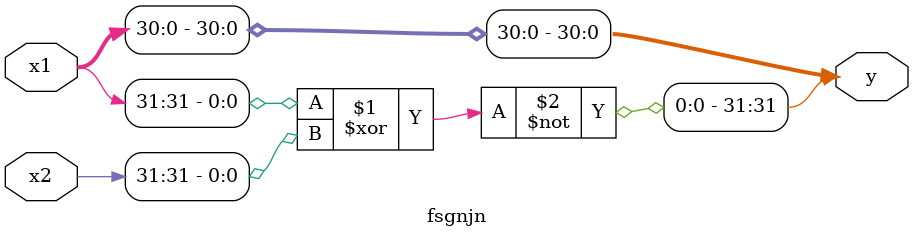
<source format=sv>
`timescale 1ns / 1ps


module fsgnj(
    input wire [31:0] x1,
    input wire [31:0] x2,
    output wire [31:0] y
    );
    assign y = {x1[31] ^ x2[31], x1[30:0]};
endmodule

module fsgnjn(
    input wire [31:0] x1,
    input wire [31:0] x2,
    output wire [31:0] y
    );
    assign y = {~(x1[31] ^ x2[31]), x1[30:0]};
endmodule

</source>
